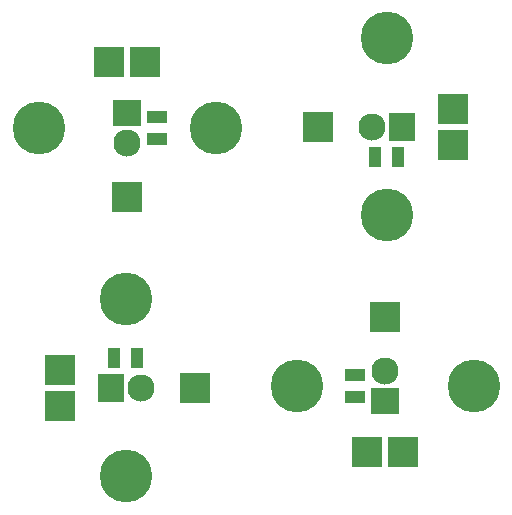
<source format=gbs>
G04 #@! TF.FileFunction,Soldermask,Bot*
%FSLAX46Y46*%
G04 Gerber Fmt 4.6, Leading zero omitted, Abs format (unit mm)*
G04 Created by KiCad (PCBNEW 4.0.3-stable) date Sun Sep  4 14:24:28 2016*
%MOMM*%
%LPD*%
G01*
G04 APERTURE LIST*
%ADD10C,0.100000*%
%ADD11C,4.464000*%
%ADD12R,1.100000X1.700000*%
%ADD13R,2.635200X2.635200*%
%ADD14R,2.300000X2.400000*%
%ADD15C,2.300000*%
%ADD16R,2.400000X2.300000*%
%ADD17R,1.700000X1.100000*%
G04 APERTURE END LIST*
D10*
D11*
X62801500Y-30663500D03*
X62801500Y-45663500D03*
D12*
X61851500Y-40703500D03*
X63751500Y-40703500D03*
D13*
X56959500Y-38163500D03*
X68389500Y-39687500D03*
X68389500Y-36639500D03*
D14*
X64071500Y-38163500D03*
D15*
X61531500Y-38163500D03*
D16*
X40830500Y-37020500D03*
D15*
X40830500Y-39560500D03*
D13*
X39306500Y-32702500D03*
X42354500Y-32702500D03*
X40830500Y-44132500D03*
D17*
X43370500Y-39240500D03*
X43370500Y-37340500D03*
D11*
X48330500Y-38290500D03*
X33330500Y-38290500D03*
X70174500Y-60134500D03*
X55174500Y-60134500D03*
D17*
X60134500Y-59184500D03*
X60134500Y-61084500D03*
D13*
X62674500Y-54292500D03*
X61150500Y-65722500D03*
X64198500Y-65722500D03*
D16*
X62674500Y-61404500D03*
D15*
X62674500Y-58864500D03*
D14*
X39433500Y-60261500D03*
D15*
X41973500Y-60261500D03*
D13*
X35115500Y-61785500D03*
X35115500Y-58737500D03*
X46545500Y-60261500D03*
D12*
X41653500Y-57721500D03*
X39753500Y-57721500D03*
D11*
X40703500Y-52761500D03*
X40703500Y-67761500D03*
M02*

</source>
